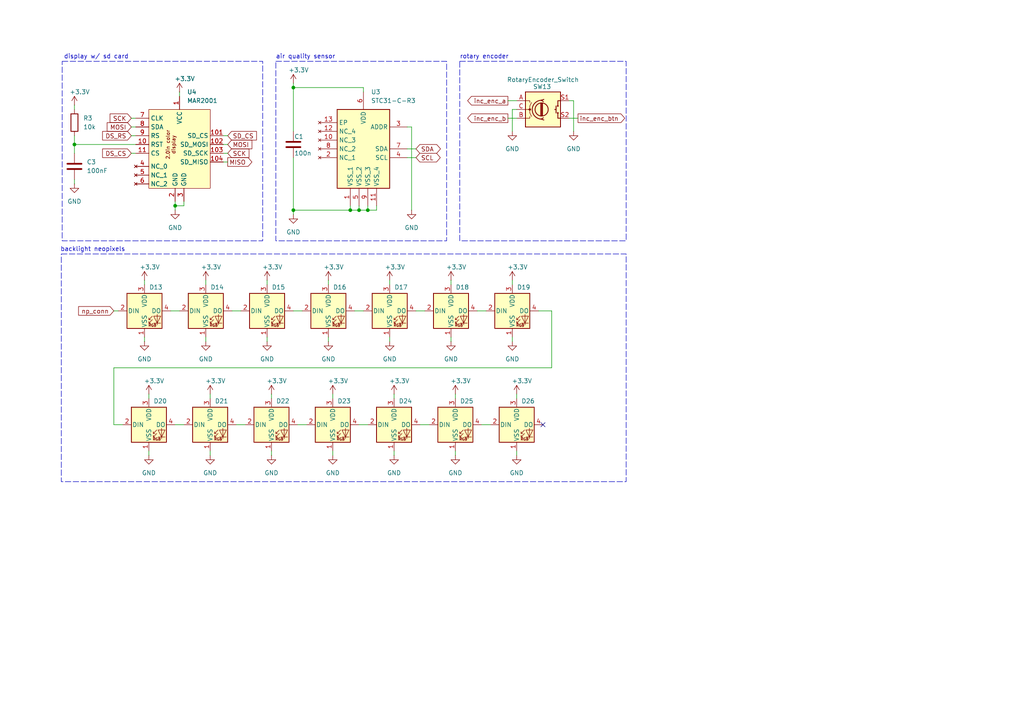
<source format=kicad_sch>
(kicad_sch (version 20231120) (generator "eeschema") (generator_version "8.0")
  (paper "A4")
  (title_block (title "Hackpad Newton") (date "2024-09-15") (rev "0.0.1"))
  (lib_symbols
    (symbol "Device:C" (pin_numbers hide) (pin_names (offset 0.254))
      (property "Reference" "C" (at 0.635 2.54 0))
      (property "Value" "C" (at 0.635 -2.54 0))
      (symbol "C_0_1"
        (polyline (pts (xy -2.032 -0.762) (xy 2.032 -0.762)) (stroke (width 0.508)))
        (polyline (pts (xy -2.032 0.762) (xy 2.032 0.762)) (stroke (width 0.508)))
      )
      (symbol "C_1_1"
        (pin passive line (at 0 3.81 270) (length 2.794) (name "~") (number "1"))
        (pin passive line (at 0 -3.81 90) (length 2.794) (name "~") (number "2"))
      )
    )
    (symbol "Device:R" (pin_numbers hide) (pin_names (offset 0))
      (property "Reference" "R" (at 2.032 0 90))
      (property "Value" "R" (at 0 0 90))
      (symbol "R_0_1"
        (rectangle (start -1.016 -2.54) (end 1.016 2.54) (stroke (width 0.254)))
      )
      (symbol "R_1_1"
        (pin passive line (at 0 3.81 270) (length 1.27) (name "~") (number "1"))
        (pin passive line (at 0 -3.81 90) (length 1.27) (name "~") (number "2"))
      )
    )
    (symbol "Device:RotaryEncoder_Switch" (pin_names (offset 0.254) hide)
      (property "Reference" "SW" (at 0 6.604 0))
      (property "Value" "RotaryEncoder_Switch" (at 0 -6.604 0))
      (symbol "RotaryEncoder_Switch_0_1"
        (rectangle (start -5.08 5.08) (end 5.08 -5.08) (stroke (width 0.254)) (fill (type background)))
        (circle (center -3.81 0) (radius 0.254) (fill (type outline)))
        (circle (center -0.381 0) (radius 1.905) (stroke (width 0.254)))
        (arc (start -0.381 2.667) (mid -3.0988 -0.0635) (end -0.381 -2.794) (stroke (width 0.254)))
        (polyline (pts (xy -0.635 -1.778) (xy -0.635 1.778)) (stroke (width 0.254)))
        (polyline (pts (xy -0.381 -1.778) (xy -0.381 1.778)) (stroke (width 0.254)))
        (polyline (pts (xy -0.127 1.778) (xy -0.127 -1.778)) (stroke (width 0.254)))
        (polyline (pts (xy 3.81 0) (xy 3.429 0)) (stroke (width 0.254)))
        (polyline (pts (xy 3.81 1.016) (xy 3.81 -1.016)) (stroke (width 0.254)))
        (polyline (pts (xy -5.08 -2.54) (xy -3.81 -2.54) (xy -3.81 -2.032)))
        (polyline (pts (xy -5.08 2.54) (xy -3.81 2.54) (xy -3.81 2.032)))
        (polyline (pts (xy 0.254 -3.048) (xy -0.508 -2.794) (xy 0.127 -2.413)) (stroke (width 0.254)))
        (polyline (pts (xy 0.254 2.921) (xy -0.508 2.667) (xy 0.127 2.286)) (stroke (width 0.254)))
        (polyline (pts (xy 5.08 -2.54) (xy 4.318 -2.54) (xy 4.318 -1.016)) (stroke (width 0.254)))
        (polyline (pts (xy 5.08 2.54) (xy 4.318 2.54) (xy 4.318 1.016)) (stroke (width 0.254)))
        (polyline (pts (xy -5.08 0) (xy -3.81 0) (xy -3.81 -1.016) (xy -3.302 -2.032)))
        (polyline (pts (xy -4.318 0) (xy -3.81 0) (xy -3.81 1.016) (xy -3.302 2.032)))
        (circle (center 4.318 -1.016) (radius 0.127) (stroke (width 0.254)))
        (circle (center 4.318 1.016) (radius 0.127) (stroke (width 0.254)))
      )
      (symbol "RotaryEncoder_Switch_1_1"
        (pin passive line (at -7.62 2.54 0) (length 2.54) (name "A") (number "A"))
        (pin passive line (at -7.62 -2.54 0) (length 2.54) (name "B") (number "B"))
        (pin passive line (at -7.62 0 0) (length 2.54) (name "C") (number "C"))
        (pin passive line (at 7.62 2.54 180) (length 2.54) (name "S1") (number "S1"))
        (pin passive line (at 7.62 -2.54 180) (length 2.54) (name "S2") (number "S2"))
      )
    )
    (symbol "LED:Inolux_IN-PI554FCH" (pin_names (offset 0.254))
      (property "Reference" "D" (at 5.08 5.715 0))
      (property "Value" "Inolux_IN-PI554FCH" (at 1.27 -5.715 0))
      (symbol "Inolux_IN-PI554FCH_0_0"
        (text "RGB" (at 2.286 -4.191 0) (effects (font (size 0.762 0.762))))
      )
      (symbol "Inolux_IN-PI554FCH_0_1"
        (polyline (pts (xy 1.27 -3.556) (xy 1.778 -3.556)))
        (polyline (pts (xy 1.27 -2.54) (xy 1.778 -2.54)))
        (polyline (pts (xy 4.699 -3.556) (xy 2.667 -3.556)))
        (polyline (pts (xy 2.286 -2.54) (xy 1.27 -3.556) (xy 1.27 -3.048)))
        (polyline (pts (xy 2.286 -1.524) (xy 1.27 -2.54) (xy 1.27 -2.032)))
        (polyline (pts (xy 3.683 -1.016) (xy 3.683 -3.556) (xy 3.683 -4.064)))
        (polyline (pts (xy 4.699 -1.524) (xy 2.667 -1.524) (xy 3.683 -3.556) (xy 4.699 -1.524)))
        (rectangle (start 5.08 5.08) (end -5.08 -5.08) (stroke (width 0.254)) (fill (type background)))
      )
      (symbol "Inolux_IN-PI554FCH_1_1"
        (pin power_in line (at 0 -7.62 90) (length 2.54) (name "VSS") (number "1"))
        (pin input line (at -7.62 0 0) (length 2.54) (name "DIN") (number "2"))
        (pin power_in line (at 0 7.62 270) (length 2.54) (name "VDD") (number "3"))
        (pin output line (at 7.62 0 180) (length 2.54) (name "DO") (number "4"))
      )
    )
    (symbol "display_lcdwiki:mar2001"
      (property "Reference" "U" (at -7.874 12.7 0))
      (property "Value" "MAR2001" (at 6.096 12.7 0))
      (symbol "mar2001_1_1"
        (rectangle (start -8.89 11.43) (end 8.89 -11.43) (fill (type background)))
        (text "2.0in color\ndisplay" (at -2.54 1.27 900) (effects (font (size 1.016 1.016))))
        (pin power_in line (at 0 15.24 270) (length 3.81) (name "VCC") (number "1"))
        (pin input line (at -12.7 1.27 0) (length 3.81) (name "RST") (number "10"))
        (pin input line (at 12.7 3.81 180) (length 3.81) (name "SD_CS") (number "101"))
        (pin input line (at 12.7 1.27 180) (length 3.81) (name "SD_MOSI") (number "102"))
        (pin input line (at 12.7 -1.27 180) (length 3.81) (name "SD_SCK") (number "103"))
        (pin output line (at 12.7 -3.81 180) (length 3.81) (name "SD_MISO") (number "104"))
        (pin input line (at -12.7 -1.27 0) (length 3.81) (name "CS") (number "11"))
        (pin power_in line (at -1.27 -15.24 90) (length 3.81) (name "GND") (number "2"))
        (pin power_in line (at 1.27 -15.24 90) (length 3.81) (name "GND") (number "3"))
        (pin no_connect line (at -12.7 -5.08 0) (length 3.81) (name "NC_0") (number "4"))
        (pin no_connect line (at -12.7 -7.62 0) (length 3.81) (name "NC_1") (number "5"))
        (pin no_connect line (at -12.7 -10.16 0) (length 3.81) (name "NC_2") (number "6"))
        (pin input line (at -12.7 8.89 0) (length 3.81) (name "CLK") (number "7"))
        (pin input line (at -12.7 6.35 0) (length 3.81) (name "SDA") (number "8"))
        (pin input line (at -12.7 3.81 0) (length 3.81) (name "RS") (number "9"))
      )
    )
    (symbol "power:+3.3V" (power) (pin_numbers hide) (pin_names (offset 0) hide)
      (property "Value" "+3.3V" (at 0 3.556 0))
      (symbol "+3.3V_0_1"
        (polyline (pts (xy -0.762 1.27) (xy 0 2.54)))
        (polyline (pts (xy 0 0) (xy 0 2.54)))
        (polyline (pts (xy 0 2.54) (xy 0.762 1.27)))
      )
      (symbol "+3.3V_1_1"
        (pin power_in line (at 0 0 90) (length 0) (name "~") (number "1"))
      )
    )
    (symbol "power:GND" (power) (pin_numbers hide) (pin_names (offset 0) hide)
      (property "Value" "GND" (at 0 -3.81 0))
      (symbol "GND_0_1"
        (polyline (pts (xy 0 0) (xy 0 -1.27) (xy 1.27 -1.27) (xy 0 -2.54) (xy -1.27 -1.27) (xy 0 -1.27)))
      )
      (symbol "GND_1_1"
        (pin power_in line (at 0 0 270) (length 0) (name "~") (number "1"))
      )
    )
    (symbol "stc31_c_r3:STC31-C-R3"
      (property "Reference" "IC" (at -7.366 13.208 0))
      (property "Value" "STC31-C-R3" (at 1.524 13.462 0))
      (symbol "STC31-C-R3_1_1"
        (rectangle (start -7.62 11.43) (end 7.62 -11.43) (stroke (width 0.254)) (fill (type background)))
        (pin power_in line (at -3.81 -16.51 90) (length 5.08) (name "VSS_1") (number "1"))
        (pin no_connect line (at -12.7 2.54 0) (length 5.08) (name "NC_3") (number "10"))
        (pin power_in line (at 3.81 -16.51 90) (length 5.08) (name "VSS_4") (number "11"))
        (pin no_connect line (at -12.7 5.08 0) (length 5.08) (name "NC_4") (number "12"))
        (pin no_connect line (at -12.7 7.62 0) (length 5.08) (name "EP") (number "13"))
        (pin no_connect line (at -12.7 -2.54 0) (length 5.08) (name "NC_1") (number "2"))
        (pin input line (at 12.7 6.35 180) (length 5.08) (name "ADDR") (number "3"))
        (pin bidirectional line (at 12.7 -2.54 180) (length 5.08) (name "SCL") (number "4"))
        (pin power_in line (at -1.27 -16.51 90) (length 5.08) (name "VSS_2") (number "5"))
        (pin power_in line (at 0 16.51 270) (length 5.08) (name "VDD") (number "6"))
        (pin bidirectional line (at 12.7 0 180) (length 5.08) (name "SDA") (number "7"))
        (pin no_connect line (at -12.7 0 0) (length 5.08) (name "NC_2") (number "8"))
        (pin power_in line (at 1.27 -16.51 90) (length 5.08) (name "VSS_3") (number "9"))
      )
    )
  )
  (junction (at 50.8 59.69))
  (junction (at 21.59 41.91))
  (junction (at 85.09 25.4))
  (junction (at 101.6 60.96))
  (junction (at 85.09 60.96))
  (junction (at 106.68 60.96))
  (junction (at 104.14 60.96))
  (no_connect (at 157.48 123.19))
  (wire (pts (xy 52.07 26.67) (xy 52.07 27.94)))
  (wire (pts (xy 148.59 31.75) (xy 148.59 38.1)))
  (wire (pts (xy 109.22 60.96) (xy 109.22 59.69)))
  (wire (pts (xy 21.59 41.91) (xy 21.59 39.37)))
  (wire (pts (xy 38.1 36.83) (xy 39.37 36.83)))
  (wire (pts (xy 148.59 81.28) (xy 148.59 82.55)))
  (wire (pts (xy 165.1 29.21) (xy 166.37 29.21)))
  (wire (pts (xy 38.1 34.29) (xy 39.37 34.29)))
  (wire (pts (xy 105.41 25.4) (xy 85.09 25.4)))
  (wire (pts (xy 78.74 114.3) (xy 78.74 115.57)))
  (wire (pts (xy 38.1 39.37) (xy 39.37 39.37)))
  (wire (pts (xy 21.59 41.91) (xy 21.59 44.45)))
  (wire (pts (xy 101.6 59.69) (xy 101.6 60.96)))
  (wire (pts (xy 96.52 114.3) (xy 96.52 115.57)))
  (wire (pts (xy 59.69 97.79) (xy 59.69 99.06)))
  (wire (pts (xy 85.09 25.4) (xy 85.09 38.1)))
  (wire (pts (xy 60.96 114.3) (xy 60.96 115.57)))
  (wire (pts (xy 33.02 90.17) (xy 34.29 90.17)))
  (wire (pts (xy 121.92 123.19) (xy 124.46 123.19)))
  (wire (pts (xy 77.47 81.28) (xy 77.47 82.55)))
  (wire (pts (xy 113.03 97.79) (xy 113.03 99.06)))
  (wire (pts (xy 67.31 90.17) (xy 69.85 90.17)))
  (wire (pts (xy 85.09 45.72) (xy 85.09 60.96)))
  (wire (pts (xy 21.59 41.91) (xy 39.37 41.91)))
  (wire (pts (xy 78.74 130.81) (xy 78.74 132.08)))
  (wire (pts (xy 53.34 58.42) (xy 53.34 59.69)))
  (wire (pts (xy 21.59 52.07) (xy 21.59 53.34)))
  (wire (pts (xy 139.7 123.19) (xy 142.24 123.19)))
  (wire (pts (xy 149.86 114.3) (xy 149.86 115.57)))
  (wire (pts (xy 147.32 34.29) (xy 149.86 34.29)))
  (wire (pts (xy 138.43 90.17) (xy 140.97 90.17)))
  (wire (pts (xy 33.02 123.19) (xy 35.56 123.19)))
  (wire (pts (xy 113.03 81.28) (xy 113.03 82.55)))
  (wire (pts (xy 64.77 44.45) (xy 66.04 44.45)))
  (wire (pts (xy 149.86 31.75) (xy 148.59 31.75)))
  (wire (pts (xy 119.38 36.83) (xy 119.38 60.96)))
  (wire (pts (xy 43.18 130.81) (xy 43.18 132.08)))
  (wire (pts (xy 118.11 45.72) (xy 120.65 45.72)))
  (wire (pts (xy 148.59 97.79) (xy 148.59 99.06)))
  (wire (pts (xy 50.8 123.19) (xy 53.34 123.19)))
  (wire (pts (xy 43.18 114.3) (xy 43.18 115.57)))
  (wire (pts (xy 95.25 81.28) (xy 95.25 82.55)))
  (wire (pts (xy 120.65 90.17) (xy 123.19 90.17)))
  (wire (pts (xy 33.02 106.68) (xy 33.02 123.19)))
  (wire (pts (xy 41.91 97.79) (xy 41.91 99.06)))
  (wire (pts (xy 50.8 59.69) (xy 50.8 60.96)))
  (wire (pts (xy 95.25 97.79) (xy 95.25 99.06)))
  (wire (pts (xy 160.02 106.68) (xy 33.02 106.68)))
  (wire (pts (xy 118.11 43.18) (xy 120.65 43.18)))
  (wire (pts (xy 64.77 46.99) (xy 66.04 46.99)))
  (wire (pts (xy 132.08 130.81) (xy 132.08 132.08)))
  (wire (pts (xy 118.11 36.83) (xy 119.38 36.83)))
  (wire (pts (xy 104.14 59.69) (xy 104.14 60.96)))
  (wire (pts (xy 60.96 130.81) (xy 60.96 132.08)))
  (wire (pts (xy 106.68 60.96) (xy 109.22 60.96)))
  (wire (pts (xy 50.8 58.42) (xy 50.8 59.69)))
  (wire (pts (xy 66.04 39.37) (xy 64.77 39.37)))
  (wire (pts (xy 101.6 60.96) (xy 104.14 60.96)))
  (wire (pts (xy 165.1 34.29) (xy 167.64 34.29)))
  (wire (pts (xy 64.77 41.91) (xy 66.04 41.91)))
  (wire (pts (xy 147.32 29.21) (xy 149.86 29.21)))
  (wire (pts (xy 166.37 29.21) (xy 166.37 38.1)))
  (wire (pts (xy 41.91 81.28) (xy 41.91 82.55)))
  (wire (pts (xy 149.86 130.81) (xy 149.86 132.08)))
  (wire (pts (xy 85.09 60.96) (xy 85.09 62.23)))
  (wire (pts (xy 130.81 97.79) (xy 130.81 99.06)))
  (wire (pts (xy 96.52 130.81) (xy 96.52 132.08)))
  (wire (pts (xy 114.3 114.3) (xy 114.3 115.57)))
  (wire (pts (xy 86.36 123.19) (xy 88.9 123.19)))
  (wire (pts (xy 106.68 59.69) (xy 106.68 60.96)))
  (wire (pts (xy 160.02 90.17) (xy 160.02 106.68)))
  (wire (pts (xy 68.58 123.19) (xy 71.12 123.19)))
  (wire (pts (xy 130.81 81.28) (xy 130.81 82.55)))
  (wire (pts (xy 132.08 114.3) (xy 132.08 115.57)))
  (wire (pts (xy 38.1 44.45) (xy 39.37 44.45)))
  (wire (pts (xy 85.09 60.96) (xy 101.6 60.96)))
  (wire (pts (xy 85.09 24.13) (xy 85.09 25.4)))
  (wire (pts (xy 156.21 90.17) (xy 160.02 90.17)))
  (wire (pts (xy 77.47 97.79) (xy 77.47 99.06)))
  (wire (pts (xy 85.09 90.17) (xy 87.63 90.17)))
  (wire (pts (xy 102.87 90.17) (xy 105.41 90.17)))
  (wire (pts (xy 114.3 130.81) (xy 114.3 132.08)))
  (wire (pts (xy 49.53 90.17) (xy 52.07 90.17)))
  (wire (pts (xy 104.14 123.19) (xy 106.68 123.19)))
  (wire (pts (xy 53.34 59.69) (xy 50.8 59.69)))
  (wire (pts (xy 59.69 81.28) (xy 59.69 82.55)))
  (wire (pts (xy 105.41 26.67) (xy 105.41 25.4)))
  (wire (pts (xy 21.59 30.48) (xy 21.59 31.75)))
  (wire (pts (xy 104.14 60.96) (xy 106.68 60.96)))
  (rectangle (start 18.034 17.78) (end 76.2 69.85) (stroke (width 0) (type dash)))
  (rectangle (start 80.01 17.78) (end 129.54 69.85) (stroke (width 0) (type dash)))
  (rectangle (start 133.35 17.78) (end 181.61 69.85) (stroke (width 0) (type dash)))
  (rectangle (start 17.78 73.66) (end 181.61 139.7) (stroke (width 0) (type dash)))
  (text "display w/ sd card" (at 27.94 16.51 0) (effects (font (size 1.27 1.27))))
  (text "rotary encoder" (at 140.462 16.51 0) (effects (font (size 1.27 1.27))))
  (text "backlight neopixels" (at 26.924 72.39 0) (effects (font (size 1.27 1.27))))
  (text "air quality sensor" (at 88.646 16.51 0) (effects (font (size 1.27 1.27))))
  (global_label "SDA" (shape bidirectional) (at 120.65 43.18 0) (property "Intersheetrefs" "${INTERSHEET_REFS}" (effects (hide yes))))
  (global_label "inc_enc_btn" (shape output) (at 167.64 34.29 0) (property "Intersheetrefs" "${INTERSHEET_REFS}" (effects (hide yes))))
  (global_label "MOSI" (shape input) (at 66.04 41.91 0) (property "Intersheetrefs" "${INTERSHEET_REFS}" (effects (hide yes))))
  (global_label "SCK" (shape input) (at 66.04 44.45 0) (property "Intersheetrefs" "${INTERSHEET_REFS}" (effects (hide yes))))
  (global_label "np_conn" (shape input) (at 33.02 90.17 180) (property "Intersheetrefs" "${INTERSHEET_REFS}" (effects (hide yes))))
  (global_label "DS_RS" (shape input) (at 38.1 39.37 180) (property "Intersheetrefs" "${INTERSHEET_REFS}" (effects (hide yes))))
  (global_label "MOSI" (shape input) (at 38.1 36.83 180) (property "Intersheetrefs" "${INTERSHEET_REFS}" (effects (hide yes))))
  (global_label "MISO" (shape output) (at 66.04 46.99 0) (property "Intersheetrefs" "${INTERSHEET_REFS}" (effects (hide yes))))
  (global_label "DS_CS" (shape input) (at 38.1 44.45 180) (property "Intersheetrefs" "${INTERSHEET_REFS}" (effects (hide yes))))
  (global_label "SCL" (shape bidirectional) (at 120.65 45.72 0) (property "Intersheetrefs" "${INTERSHEET_REFS}" (effects (hide yes))))
  (global_label "SD_CS" (shape input) (at 66.04 39.37 0) (property "Intersheetrefs" "${INTERSHEET_REFS}" (effects (hide yes))))
  (global_label "inc_enc_a" (shape output) (at 147.32 29.21 180) (property "Intersheetrefs" "${INTERSHEET_REFS}" (effects (hide yes))))
  (global_label "inc_enc_b" (shape output) (at 147.32 34.29 180) (property "Intersheetrefs" "${INTERSHEET_REFS}" (effects (hide yes))))
  (global_label "SCK" (shape input) (at 38.1 34.29 180) (property "Intersheetrefs" "${INTERSHEET_REFS}" (effects (hide yes))))
  (symbol (lib_id "power:+3.3V") (at 130.81 81.28 0) (unit 1)
    (property "Reference" "#PWR055" (effects (hide yes)))
    (property "Value" "+3.3V" (at 132.334 77.47 0))
    (property "Description" "Power symbol creates a global label with name \"+3.3V\"" (effects (hide yes)))
  )
  (symbol (lib_id "power:GND") (at 41.91 99.06 0) (unit 1)
    (property "Reference" "#PWR046" (effects (hide yes)))
    (property "Value" "GND" (at 41.91 104.14 0))
    (property "Description" "Power symbol creates a global label with name \"GND\" , ground" (effects (hide yes)))
  )
  (symbol (lib_id "LED:Inolux_IN-PI554FCH") (at 113.03 90.17 0) (unit 1)
    (property "Reference" "D17" (at 116.332 83.312 0))
    (property "Value" "Inolux_IN-PI554FCH" (effects (hide yes)))
    (property "Footprint" "LED_SMD:LED_Inolux_IN-PI554FCH_PLCC4_5.0x5.0mm_P3.2mm" (effects (hide yes)))
    (property "Datasheet" "http://www.inolux-corp.com/datasheet/SMDLED/Addressable%20LED/IN-PI554FCH.pdf" (effects (hide yes)))
    (property "Description" "5050 RGB LED 4-Pin with integrated IC" (effects (hide yes)))
  )
  (symbol (lib_id "LED:Inolux_IN-PI554FCH") (at 95.25 90.17 0) (unit 1)
    (property "Reference" "D16" (at 98.552 83.312 0))
    (property "Value" "Inolux_IN-PI554FCH" (effects (hide yes)))
    (property "Footprint" "LED_SMD:LED_Inolux_IN-PI554FCH_PLCC4_5.0x5.0mm_P3.2mm" (effects (hide yes)))
    (property "Datasheet" "http://www.inolux-corp.com/datasheet/SMDLED/Addressable%20LED/IN-PI554FCH.pdf" (effects (hide yes)))
    (property "Description" "5050 RGB LED 4-Pin with integrated IC" (effects (hide yes)))
  )
  (symbol (lib_id "power:+3.3V") (at 78.74 114.3 0) (unit 1)
    (property "Reference" "#PWR067" (effects (hide yes)))
    (property "Value" "+3.3V" (at 80.264 110.49 0))
    (property "Description" "Power symbol creates a global label with name \"+3.3V\"" (effects (hide yes)))
  )
  (symbol (lib_id "LED:Inolux_IN-PI554FCH") (at 77.47 90.17 0) (unit 1)
    (property "Reference" "D15" (at 80.772 83.312 0))
    (property "Value" "Inolux_IN-PI554FCH" (effects (hide yes)))
    (property "Footprint" "LED_SMD:LED_Inolux_IN-PI554FCH_PLCC4_5.0x5.0mm_P3.2mm" (effects (hide yes)))
    (property "Datasheet" "http://www.inolux-corp.com/datasheet/SMDLED/Addressable%20LED/IN-PI554FCH.pdf" (effects (hide yes)))
    (property "Description" "5050 RGB LED 4-Pin with integrated IC" (effects (hide yes)))
  )
  (symbol (lib_id "power:GND") (at 119.38 60.96 0) (unit 1)
    (property "Reference" "#PWR06" (effects (hide yes)))
    (property "Value" "GND" (at 119.38 66.04 0))
    (property "Description" "Power symbol creates a global label with name \"GND\" , ground" (effects (hide yes)))
  )
  (symbol (lib_id "LED:Inolux_IN-PI554FCH") (at 132.08 123.19 0) (unit 1)
    (property "Reference" "D25" (at 135.382 116.332 0))
    (property "Value" "Inolux_IN-PI554FCH" (effects (hide yes)))
    (property "Footprint" "LED_SMD:LED_Inolux_IN-PI554FCH_PLCC4_5.0x5.0mm_P3.2mm" (effects (hide yes)))
    (property "Datasheet" "http://www.inolux-corp.com/datasheet/SMDLED/Addressable%20LED/IN-PI554FCH.pdf" (effects (hide yes)))
    (property "Description" "5050 RGB LED 4-Pin with integrated IC" (effects (hide yes)))
  )
  (symbol (lib_id "power:GND") (at 60.96 132.08 0) (unit 1)
    (property "Reference" "#PWR066" (effects (hide yes)))
    (property "Value" "GND" (at 60.96 137.16 0))
    (property "Description" "Power symbol creates a global label with name \"GND\" , ground" (effects (hide yes)))
  )
  (symbol (lib_id "power:+3.3V") (at 148.59 81.28 0) (unit 1)
    (property "Reference" "#PWR057" (effects (hide yes)))
    (property "Value" "+3.3V" (at 150.114 77.47 0))
    (property "Description" "Power symbol creates a global label with name \"+3.3V\"" (effects (hide yes)))
  )
  (symbol (lib_id "power:GND") (at 114.3 132.08 0) (unit 1)
    (property "Reference" "#PWR072" (effects (hide yes)))
    (property "Value" "GND" (at 114.3 137.16 0))
    (property "Description" "Power symbol creates a global label with name \"GND\" , ground" (effects (hide yes)))
  )
  (symbol (lib_id "LED:Inolux_IN-PI554FCH") (at 43.18 123.19 0) (unit 1)
    (property "Reference" "D20" (at 46.482 116.332 0))
    (property "Value" "Inolux_IN-PI554FCH" (effects (hide yes)))
    (property "Footprint" "LED_SMD:LED_Inolux_IN-PI554FCH_PLCC4_5.0x5.0mm_P3.2mm" (effects (hide yes)))
    (property "Datasheet" "http://www.inolux-corp.com/datasheet/SMDLED/Addressable%20LED/IN-PI554FCH.pdf" (effects (hide yes)))
    (property "Description" "5050 RGB LED 4-Pin with integrated IC" (effects (hide yes)))
  )
  (symbol (lib_id "power:GND") (at 43.18 132.08 0) (unit 1)
    (property "Reference" "#PWR064" (effects (hide yes)))
    (property "Value" "GND" (at 43.18 137.16 0))
    (property "Description" "Power symbol creates a global label with name \"GND\" , ground" (effects (hide yes)))
  )
  (symbol (lib_id "power:GND") (at 95.25 99.06 0) (unit 1)
    (property "Reference" "#PWR052" (effects (hide yes)))
    (property "Value" "GND" (at 95.25 104.14 0))
    (property "Description" "Power symbol creates a global label with name \"GND\" , ground" (effects (hide yes)))
  )
  (symbol (lib_id "power:GND") (at 85.09 62.23 0) (unit 1)
    (property "Reference" "#PWR02" (effects (hide yes)))
    (property "Value" "GND" (at 85.09 67.31 0))
    (property "Description" "Power symbol creates a global label with name \"GND\" , ground" (effects (hide yes)))
  )
  (symbol (lib_id "power:GND") (at 148.59 99.06 0) (unit 1)
    (property "Reference" "#PWR058" (effects (hide yes)))
    (property "Value" "GND" (at 148.59 104.14 0))
    (property "Description" "Power symbol creates a global label with name \"GND\" , ground" (effects (hide yes)))
  )
  (symbol (lib_id "power:GND") (at 59.69 99.06 0) (unit 1)
    (property "Reference" "#PWR048" (effects (hide yes)))
    (property "Value" "GND" (at 59.69 104.14 0))
    (property "Description" "Power symbol creates a global label with name \"GND\" , ground" (effects (hide yes)))
  )
  (symbol (lib_id "power:GND") (at 148.59 38.1 0) (unit 1)
    (property "Reference" "#PWR034" (effects (hide yes)))
    (property "Value" "GND" (at 148.59 43.18 0))
    (property "Description" "Power symbol creates a global label with name \"GND\" , ground" (effects (hide yes)))
  )
  (symbol (lib_id "LED:Inolux_IN-PI554FCH") (at 59.69 90.17 0) (unit 1)
    (property "Reference" "D14" (at 62.992 83.312 0))
    (property "Value" "Inolux_IN-PI554FCH" (effects (hide yes)))
    (property "Footprint" "LED_SMD:LED_Inolux_IN-PI554FCH_PLCC4_5.0x5.0mm_P3.2mm" (effects (hide yes)))
    (property "Datasheet" "http://www.inolux-corp.com/datasheet/SMDLED/Addressable%20LED/IN-PI554FCH.pdf" (effects (hide yes)))
    (property "Description" "5050 RGB LED 4-Pin with integrated IC" (effects (hide yes)))
  )
  (symbol (lib_id "LED:Inolux_IN-PI554FCH") (at 96.52 123.19 0) (unit 1)
    (property "Reference" "D23" (at 99.822 116.332 0))
    (property "Value" "Inolux_IN-PI554FCH" (effects (hide yes)))
    (property "Footprint" "LED_SMD:LED_Inolux_IN-PI554FCH_PLCC4_5.0x5.0mm_P3.2mm" (effects (hide yes)))
    (property "Datasheet" "http://www.inolux-corp.com/datasheet/SMDLED/Addressable%20LED/IN-PI554FCH.pdf" (effects (hide yes)))
    (property "Description" "5050 RGB LED 4-Pin with integrated IC" (effects (hide yes)))
  )
  (symbol (lib_id "power:+3.3V") (at 149.86 114.3 0) (unit 1)
    (property "Reference" "#PWR075" (effects (hide yes)))
    (property "Value" "+3.3V" (at 151.384 110.49 0))
    (property "Description" "Power symbol creates a global label with name \"+3.3V\"" (effects (hide yes)))
  )
  (symbol (lib_id "power:+3.3V") (at 43.18 114.3 0) (unit 1)
    (property "Reference" "#PWR063" (effects (hide yes)))
    (property "Value" "+3.3V" (at 44.704 110.49 0))
    (property "Description" "Power symbol creates a global label with name \"+3.3V\"" (effects (hide yes)))
  )
  (symbol (lib_id "power:GND") (at 166.37 38.1 0) (unit 1)
    (property "Reference" "#PWR035" (effects (hide yes)))
    (property "Value" "GND" (at 166.37 43.18 0))
    (property "Description" "Power symbol creates a global label with name \"GND\" , ground" (effects (hide yes)))
  )
  (symbol (lib_id "power:+3.3V") (at 96.52 114.3 0) (unit 1)
    (property "Reference" "#PWR069" (effects (hide yes)))
    (property "Value" "+3.3V" (at 98.044 110.49 0))
    (property "Description" "Power symbol creates a global label with name \"+3.3V\"" (effects (hide yes)))
  )
  (symbol (lib_id "power:GND") (at 50.8 60.96 0) (unit 1)
    (property "Reference" "#PWR039" (effects (hide yes)))
    (property "Value" "GND" (at 50.8 66.04 0))
    (property "Description" "Power symbol creates a global label with name \"GND\" , ground" (effects (hide yes)))
  )
  (symbol (lib_id "power:+3.3V") (at 132.08 114.3 0) (unit 1)
    (property "Reference" "#PWR073" (effects (hide yes)))
    (property "Value" "+3.3V" (at 133.604 110.49 0))
    (property "Description" "Power symbol creates a global label with name \"+3.3V\"" (effects (hide yes)))
  )
  (symbol (lib_id "power:+3.3V") (at 21.59 30.48 0) (unit 1)
    (property "Reference" "#PWR041" (effects (hide yes)))
    (property "Value" "+3.3V" (at 23.114 26.67 0))
    (property "Description" "Power symbol creates a global label with name \"+3.3V\"" (effects (hide yes)))
  )
  (symbol (lib_id "power:GND") (at 149.86 132.08 0) (unit 1)
    (property "Reference" "#PWR076" (effects (hide yes)))
    (property "Value" "GND" (at 149.86 137.16 0))
    (property "Description" "Power symbol creates a global label with name \"GND\" , ground" (effects (hide yes)))
  )
  (symbol (lib_id "power:GND") (at 77.47 99.06 0) (unit 1)
    (property "Reference" "#PWR050" (effects (hide yes)))
    (property "Value" "GND" (at 77.47 104.14 0))
    (property "Description" "Power symbol creates a global label with name \"GND\" , ground" (effects (hide yes)))
  )
  (symbol (lib_id "LED:Inolux_IN-PI554FCH") (at 41.91 90.17 0) (unit 1)
    (property "Reference" "D13" (at 45.212 83.312 0))
    (property "Value" "Inolux_IN-PI554FCH" (effects (hide yes)))
    (property "Footprint" "LED_SMD:LED_Inolux_IN-PI554FCH_PLCC4_5.0x5.0mm_P3.2mm" (effects (hide yes)))
    (property "Datasheet" "http://www.inolux-corp.com/datasheet/SMDLED/Addressable%20LED/IN-PI554FCH.pdf" (effects (hide yes)))
    (property "Description" "5050 RGB LED 4-Pin with integrated IC" (effects (hide yes)))
  )
  (symbol (lib_id "power:GND") (at 21.59 53.34 0) (unit 1)
    (property "Reference" "#PWR040" (effects (hide yes)))
    (property "Value" "GND" (at 21.59 58.42 0))
    (property "Description" "Power symbol creates a global label with name \"GND\" , ground" (effects (hide yes)))
  )
  (symbol (lib_id "power:+3.3V") (at 60.96 114.3 0) (unit 1)
    (property "Reference" "#PWR065" (effects (hide yes)))
    (property "Value" "+3.3V" (at 62.484 110.49 0))
    (property "Description" "Power symbol creates a global label with name \"+3.3V\"" (effects (hide yes)))
  )
  (symbol (lib_id "LED:Inolux_IN-PI554FCH") (at 60.96 123.19 0) (unit 1)
    (property "Reference" "D21" (at 64.262 116.332 0))
    (property "Value" "Inolux_IN-PI554FCH" (effects (hide yes)))
    (property "Footprint" "LED_SMD:LED_Inolux_IN-PI554FCH_PLCC4_5.0x5.0mm_P3.2mm" (effects (hide yes)))
    (property "Datasheet" "http://www.inolux-corp.com/datasheet/SMDLED/Addressable%20LED/IN-PI554FCH.pdf" (effects (hide yes)))
    (property "Description" "5050 RGB LED 4-Pin with integrated IC" (effects (hide yes)))
  )
  (symbol (lib_id "power:+3.3V") (at 77.47 81.28 0) (unit 1)
    (property "Reference" "#PWR049" (effects (hide yes)))
    (property "Value" "+3.3V" (at 78.994 77.47 0))
    (property "Description" "Power symbol creates a global label with name \"+3.3V\"" (effects (hide yes)))
  )
  (symbol (lib_id "power:GND") (at 78.74 132.08 0) (unit 1)
    (property "Reference" "#PWR068" (effects (hide yes)))
    (property "Value" "GND" (at 78.74 137.16 0))
    (property "Description" "Power symbol creates a global label with name \"GND\" , ground" (effects (hide yes)))
  )
  (symbol (lib_id "Device:R") (at 21.59 35.56 0) (unit 1)
    (property "Reference" "R3" (at 24.13 34.2899 0) (effects (justify left)))
    (property "Value" "10k" (at 24.13 36.8299 0) (effects (justify left)))
    (property "Footprint" "Resistor_SMD:R_0805_2012Metric_Pad1.20x1.40mm_HandSolder" (effects (hide yes)))
    (property "Description" "Resistor" (effects (hide yes)))
  )
  (symbol (lib_id "LED:Inolux_IN-PI554FCH") (at 130.81 90.17 0) (unit 1)
    (property "Reference" "D18" (at 134.112 83.312 0))
    (property "Value" "Inolux_IN-PI554FCH" (effects (hide yes)))
    (property "Footprint" "LED_SMD:LED_Inolux_IN-PI554FCH_PLCC4_5.0x5.0mm_P3.2mm" (effects (hide yes)))
    (property "Datasheet" "http://www.inolux-corp.com/datasheet/SMDLED/Addressable%20LED/IN-PI554FCH.pdf" (effects (hide yes)))
    (property "Description" "5050 RGB LED 4-Pin with integrated IC" (effects (hide yes)))
  )
  (symbol (lib_id "LED:Inolux_IN-PI554FCH") (at 78.74 123.19 0) (unit 1)
    (property "Reference" "D22" (at 82.042 116.332 0))
    (property "Value" "Inolux_IN-PI554FCH" (effects (hide yes)))
    (property "Footprint" "LED_SMD:LED_Inolux_IN-PI554FCH_PLCC4_5.0x5.0mm_P3.2mm" (effects (hide yes)))
    (property "Datasheet" "http://www.inolux-corp.com/datasheet/SMDLED/Addressable%20LED/IN-PI554FCH.pdf" (effects (hide yes)))
    (property "Description" "5050 RGB LED 4-Pin with integrated IC" (effects (hide yes)))
  )
  (symbol (lib_id "Device:C") (at 21.59 48.26 0) (unit 1)
    (property "Reference" "C3" (at 25.146 46.99 0) (effects (justify left)))
    (property "Value" "100nF" (at 25.146 49.53 0) (effects (justify left)))
    (property "Footprint" "Capacitor_SMD:C_0805_2012Metric_Pad1.18x1.45mm_HandSolder" (effects (hide yes)))
    (property "Description" "Unpolarized capacitor" (effects (hide yes)))
  )
  (symbol (lib_id "power:GND") (at 113.03 99.06 0) (unit 1)
    (property "Reference" "#PWR054" (effects (hide yes)))
    (property "Value" "GND" (at 113.03 104.14 0))
    (property "Description" "Power symbol creates a global label with name \"GND\" , ground" (effects (hide yes)))
  )
  (symbol (lib_id "stc31_c_r3:STC31-C-R3") (at 105.41 43.18 0) (unit 1)
    (property "Reference" "U3" (at 107.6041 26.67 0) (effects (justify left)))
    (property "Value" "STC31-C-R3" (at 107.6041 29.21 0) (effects (justify left)))
    (property "Footprint" "stc31_c_r3:QFN80P300X350X110-13N-D" (effects (hide yes)))
    (property "Datasheet" "https://www.mouser.fr/datasheet/2/682/Sensirion_Datasheet_STC31_C-3459977.pdf" (effects (hide yes)))
    (property "Description" "package-qfn12" (effects (hide yes)))
    (property "Height" "1.1" (effects (hide yes)))
    (property "Mouser Part Number" "403-STC31-C-R3" (effects (hide yes)))
    (property "Mouser Price/Stock" "https://www.mouser.co.uk/ProductDetail/Sensirion/STC31-C-R3?qs=wT7LY0lnAe37rCJTiHe%252BrQ%3D%3D" (effects (hide yes)))
    (property "Manufacturer_Name" "Sensirion" (effects (hide yes)))
    (property "Manufacturer_Part_Number" "STC31-C-R3" (effects (hide yes)))
  )
  (symbol (lib_id "LED:Inolux_IN-PI554FCH") (at 148.59 90.17 0) (unit 1)
    (property "Reference" "D19" (at 151.892 83.312 0))
    (property "Value" "Inolux_IN-PI554FCH" (effects (hide yes)))
    (property "Footprint" "LED_SMD:LED_Inolux_IN-PI554FCH_PLCC4_5.0x5.0mm_P3.2mm" (effects (hide yes)))
    (property "Datasheet" "http://www.inolux-corp.com/datasheet/SMDLED/Addressable%20LED/IN-PI554FCH.pdf" (effects (hide yes)))
    (property "Description" "5050 RGB LED 4-Pin with integrated IC" (effects (hide yes)))
  )
  (symbol (lib_id "power:+3.3V") (at 113.03 81.28 0) (unit 1)
    (property "Reference" "#PWR053" (effects (hide yes)))
    (property "Value" "+3.3V" (at 114.554 77.47 0))
    (property "Description" "Power symbol creates a global label with name \"+3.3V\"" (effects (hide yes)))
  )
  (symbol (lib_id "power:+3.3V") (at 95.25 81.28 0) (unit 1)
    (property "Reference" "#PWR051" (effects (hide yes)))
    (property "Value" "+3.3V" (at 96.774 77.47 0))
    (property "Description" "Power symbol creates a global label with name \"+3.3V\"" (effects (hide yes)))
  )
  (symbol (lib_id "power:GND") (at 132.08 132.08 0) (unit 1)
    (property "Reference" "#PWR074" (effects (hide yes)))
    (property "Value" "GND" (at 132.08 137.16 0))
    (property "Description" "Power symbol creates a global label with name \"GND\" , ground" (effects (hide yes)))
  )
  (symbol (lib_id "display_lcdwiki:mar2001") (at 52.07 43.18 0) (unit 1)
    (property "Reference" "U4" (at 54.2641 26.67 0) (effects (justify left)))
    (property "Value" "MAR2001" (at 54.2641 29.21 0) (effects (justify left)))
    (property "Footprint" "display_lcdwiki:mar2001" (effects (hide yes)))
  )
  (symbol (lib_id "power:+3.3V") (at 85.09 24.13 0) (unit 1)
    (property "Reference" "#PWR01" (effects (hide yes)))
    (property "Value" "+3.3V" (at 86.614 20.32 0))
    (property "Description" "Power symbol creates a global label with name \"+3.3V\"" (effects (hide yes)))
  )
  (symbol (lib_id "LED:Inolux_IN-PI554FCH") (at 149.86 123.19 0) (unit 1)
    (property "Reference" "D26" (at 153.162 116.332 0))
    (property "Value" "Inolux_IN-PI554FCH" (effects (hide yes)))
    (property "Footprint" "LED_SMD:LED_Inolux_IN-PI554FCH_PLCC4_5.0x5.0mm_P3.2mm" (effects (hide yes)))
    (property "Datasheet" "http://www.inolux-corp.com/datasheet/SMDLED/Addressable%20LED/IN-PI554FCH.pdf" (effects (hide yes)))
    (property "Description" "5050 RGB LED 4-Pin with integrated IC" (effects (hide yes)))
  )
  (symbol (lib_id "power:+3.3V") (at 52.07 26.67 0) (unit 1)
    (property "Reference" "#PWR038" (effects (hide yes)))
    (property "Value" "+3.3V" (at 53.594 22.86 0))
    (property "Description" "Power symbol creates a global label with name \"+3.3V\"" (effects (hide yes)))
  )
  (symbol (lib_id "power:+3.3V") (at 41.91 81.28 0) (unit 1)
    (property "Reference" "#PWR045" (effects (hide yes)))
    (property "Value" "+3.3V" (at 43.434 77.47 0))
    (property "Description" "Power symbol creates a global label with name \"+3.3V\"" (effects (hide yes)))
  )
  (symbol (lib_id "power:+3.3V") (at 114.3 114.3 0) (unit 1)
    (property "Reference" "#PWR071" (effects (hide yes)))
    (property "Value" "+3.3V" (at 115.824 110.49 0))
    (property "Description" "Power symbol creates a global label with name \"+3.3V\"" (effects (hide yes)))
  )
  (symbol (lib_id "power:+3.3V") (at 59.69 81.28 0) (unit 1)
    (property "Reference" "#PWR047" (effects (hide yes)))
    (property "Value" "+3.3V" (at 61.214 77.47 0))
    (property "Description" "Power symbol creates a global label with name \"+3.3V\"" (effects (hide yes)))
  )
  (symbol (lib_id "power:GND") (at 130.81 99.06 0) (unit 1)
    (property "Reference" "#PWR056" (effects (hide yes)))
    (property "Value" "GND" (at 130.81 104.14 0))
    (property "Description" "Power symbol creates a global label with name \"GND\" , ground" (effects (hide yes)))
  )
  (symbol (lib_id "LED:Inolux_IN-PI554FCH") (at 114.3 123.19 0) (unit 1)
    (property "Reference" "D24" (at 117.602 116.332 0))
    (property "Value" "Inolux_IN-PI554FCH" (effects (hide yes)))
    (property "Footprint" "LED_SMD:LED_Inolux_IN-PI554FCH_PLCC4_5.0x5.0mm_P3.2mm" (effects (hide yes)))
    (property "Datasheet" "http://www.inolux-corp.com/datasheet/SMDLED/Addressable%20LED/IN-PI554FCH.pdf" (effects (hide yes)))
    (property "Description" "5050 RGB LED 4-Pin with integrated IC" (effects (hide yes)))
  )
  (symbol (lib_id "power:GND") (at 96.52 132.08 0) (unit 1)
    (property "Reference" "#PWR070" (effects (hide yes)))
    (property "Value" "GND" (at 96.52 137.16 0))
    (property "Description" "Power symbol creates a global label with name \"GND\" , ground" (effects (hide yes)))
  )
  (symbol (lib_id "Device:RotaryEncoder_Switch") (at 157.48 31.75 0) (unit 1)
    (property "Reference" "SW13" (at 157.226 25.146 0))
    (property "Value" "RotaryEncoder_Switch" (at 157.48 23.114 0))
    (property "Footprint" "rotary_encoder_bourns:rot_enc_bourns_7pin" (effects (hide yes)))
    (property "Description" "Rotary encoder, dual channel, incremental quadrate outputs, with switch" (effects (hide yes)))
  )
  (symbol (lib_id "Device:C") (at 85.09 41.91 0) (unit 1)
    (property "Reference" "C1" (at 85.344 39.624 0) (effects (justify left)))
    (property "Value" "100n" (at 85.344 44.45 0) (effects (justify left)))
    (property "Footprint" "Capacitor_SMD:C_0805_2012Metric_Pad1.18x1.45mm_HandSolder" (effects (hide yes)))
    (property "Description" "Unpolarized capacitor" (effects (hide yes)))
  )
)
</source>
